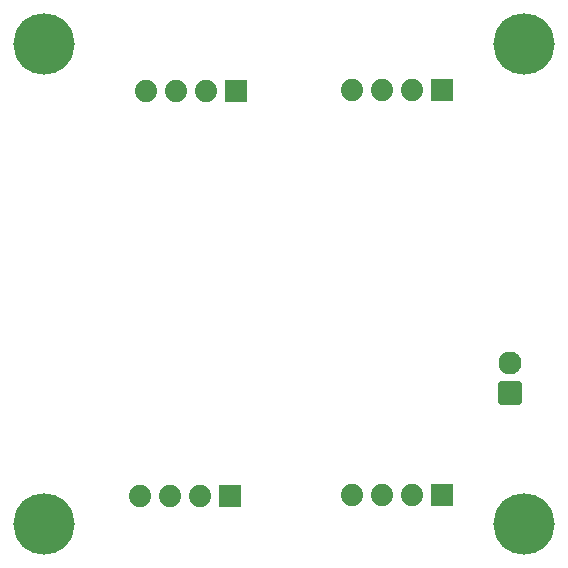
<source format=gbs>
%TF.GenerationSoftware,KiCad,Pcbnew,(7.0.0)*%
%TF.CreationDate,2023-03-20T10:58:12+01:00*%
%TF.ProjectId,Z_Brake,5a5f4272-616b-4652-9e6b-696361645f70,rev?*%
%TF.SameCoordinates,Original*%
%TF.FileFunction,Soldermask,Bot*%
%TF.FilePolarity,Negative*%
%FSLAX46Y46*%
G04 Gerber Fmt 4.6, Leading zero omitted, Abs format (unit mm)*
G04 Created by KiCad (PCBNEW (7.0.0)) date 2023-03-20 10:58:12*
%MOMM*%
%LPD*%
G01*
G04 APERTURE LIST*
G04 Aperture macros list*
%AMRoundRect*
0 Rectangle with rounded corners*
0 $1 Rounding radius*
0 $2 $3 $4 $5 $6 $7 $8 $9 X,Y pos of 4 corners*
0 Add a 4 corners polygon primitive as box body*
4,1,4,$2,$3,$4,$5,$6,$7,$8,$9,$2,$3,0*
0 Add four circle primitives for the rounded corners*
1,1,$1+$1,$2,$3*
1,1,$1+$1,$4,$5*
1,1,$1+$1,$6,$7*
1,1,$1+$1,$8,$9*
0 Add four rect primitives between the rounded corners*
20,1,$1+$1,$2,$3,$4,$5,0*
20,1,$1+$1,$4,$5,$6,$7,0*
20,1,$1+$1,$6,$7,$8,$9,0*
20,1,$1+$1,$8,$9,$2,$3,0*%
G04 Aperture macros list end*
%ADD10C,5.200000*%
%ADD11RoundRect,0.100000X-0.877500X0.877500X-0.877500X-0.877500X0.877500X-0.877500X0.877500X0.877500X0*%
%ADD12C,1.955000*%
%ADD13RoundRect,0.100000X-0.845000X-0.845000X0.845000X-0.845000X0.845000X0.845000X-0.845000X0.845000X0*%
%ADD14C,1.890000*%
G04 APERTURE END LIST*
D10*
%TO.C,MH1*%
X59055000Y-80010000D03*
%TD*%
%TO.C,MH2*%
X99695000Y-80010000D03*
%TD*%
%TO.C,MH3*%
X59055000Y-120650000D03*
%TD*%
%TO.C,MH4*%
X99695000Y-120650000D03*
%TD*%
D11*
%TO.C,P2*%
X98500000Y-109540000D03*
D12*
X98500000Y-107000000D03*
%TD*%
D13*
%TO.C,P1*%
X92710000Y-83945000D03*
D14*
X90170000Y-83945000D03*
X87630000Y-83945000D03*
X85090000Y-83945000D03*
%TD*%
D13*
%TO.C,P3*%
X92710000Y-118235000D03*
D14*
X90170000Y-118235000D03*
X87630000Y-118235000D03*
X85090000Y-118235000D03*
%TD*%
D13*
%TO.C,P4*%
X75250000Y-84000000D03*
D14*
X72710000Y-84000000D03*
X70170000Y-84000000D03*
X67630000Y-84000000D03*
%TD*%
D13*
%TO.C,P5*%
X74810000Y-118260000D03*
D14*
X72270000Y-118260000D03*
X69730000Y-118260000D03*
X67190000Y-118260000D03*
%TD*%
M02*

</source>
